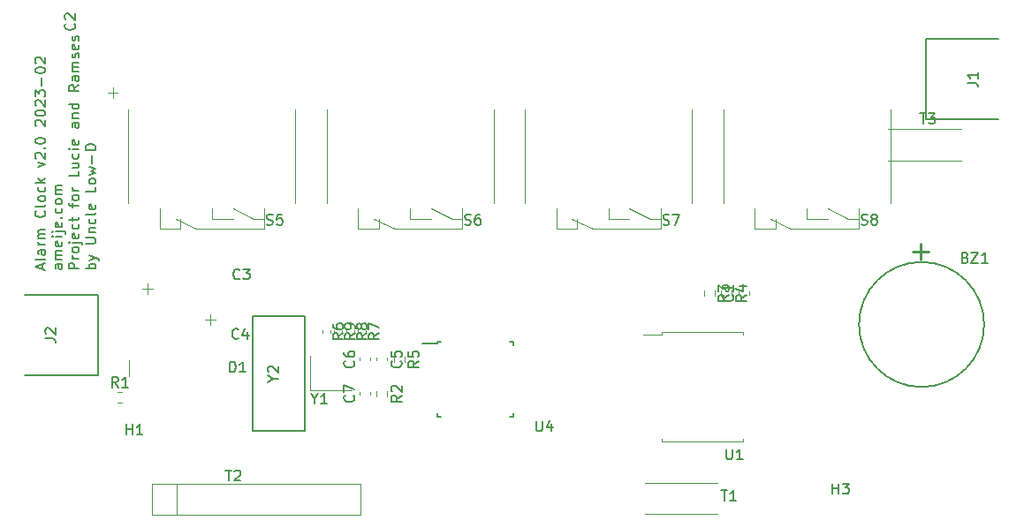
<source format=gbr>
%TF.GenerationSoftware,KiCad,Pcbnew,(6.0.0)*%
%TF.CreationDate,2023-05-06T18:39:40-07:00*%
%TF.ProjectId,digital_clock_v3,64696769-7461-46c5-9f63-6c6f636b5f76,rev?*%
%TF.SameCoordinates,Original*%
%TF.FileFunction,Legend,Top*%
%TF.FilePolarity,Positive*%
%FSLAX46Y46*%
G04 Gerber Fmt 4.6, Leading zero omitted, Abs format (unit mm)*
G04 Created by KiCad (PCBNEW (6.0.0)) date 2023-05-06 18:39:40*
%MOMM*%
%LPD*%
G01*
G04 APERTURE LIST*
%ADD10C,0.150000*%
%ADD11C,0.254000*%
%ADD12C,0.120000*%
G04 APERTURE END LIST*
D10*
X1751666Y-37712023D02*
X1751666Y-37235833D01*
X2037380Y-37807261D02*
X1037380Y-37473928D01*
X2037380Y-37140595D01*
X2037380Y-36664404D02*
X1989761Y-36759642D01*
X1894523Y-36807261D01*
X1037380Y-36807261D01*
X2037380Y-35854880D02*
X1513571Y-35854880D01*
X1418333Y-35902500D01*
X1370714Y-35997738D01*
X1370714Y-36188214D01*
X1418333Y-36283452D01*
X1989761Y-35854880D02*
X2037380Y-35950119D01*
X2037380Y-36188214D01*
X1989761Y-36283452D01*
X1894523Y-36331071D01*
X1799285Y-36331071D01*
X1704047Y-36283452D01*
X1656428Y-36188214D01*
X1656428Y-35950119D01*
X1608809Y-35854880D01*
X2037380Y-35378690D02*
X1370714Y-35378690D01*
X1561190Y-35378690D02*
X1465952Y-35331071D01*
X1418333Y-35283452D01*
X1370714Y-35188214D01*
X1370714Y-35092976D01*
X2037380Y-34759642D02*
X1370714Y-34759642D01*
X1465952Y-34759642D02*
X1418333Y-34712023D01*
X1370714Y-34616785D01*
X1370714Y-34473928D01*
X1418333Y-34378690D01*
X1513571Y-34331071D01*
X2037380Y-34331071D01*
X1513571Y-34331071D02*
X1418333Y-34283452D01*
X1370714Y-34188214D01*
X1370714Y-34045357D01*
X1418333Y-33950119D01*
X1513571Y-33902500D01*
X2037380Y-33902500D01*
X1942142Y-32092976D02*
X1989761Y-32140595D01*
X2037380Y-32283452D01*
X2037380Y-32378690D01*
X1989761Y-32521547D01*
X1894523Y-32616785D01*
X1799285Y-32664404D01*
X1608809Y-32712023D01*
X1465952Y-32712023D01*
X1275476Y-32664404D01*
X1180238Y-32616785D01*
X1085000Y-32521547D01*
X1037380Y-32378690D01*
X1037380Y-32283452D01*
X1085000Y-32140595D01*
X1132619Y-32092976D01*
X2037380Y-31521547D02*
X1989761Y-31616785D01*
X1894523Y-31664404D01*
X1037380Y-31664404D01*
X2037380Y-30997738D02*
X1989761Y-31092976D01*
X1942142Y-31140595D01*
X1846904Y-31188214D01*
X1561190Y-31188214D01*
X1465952Y-31140595D01*
X1418333Y-31092976D01*
X1370714Y-30997738D01*
X1370714Y-30854880D01*
X1418333Y-30759642D01*
X1465952Y-30712023D01*
X1561190Y-30664404D01*
X1846904Y-30664404D01*
X1942142Y-30712023D01*
X1989761Y-30759642D01*
X2037380Y-30854880D01*
X2037380Y-30997738D01*
X1989761Y-29807261D02*
X2037380Y-29902500D01*
X2037380Y-30092976D01*
X1989761Y-30188214D01*
X1942142Y-30235833D01*
X1846904Y-30283452D01*
X1561190Y-30283452D01*
X1465952Y-30235833D01*
X1418333Y-30188214D01*
X1370714Y-30092976D01*
X1370714Y-29902500D01*
X1418333Y-29807261D01*
X2037380Y-29378690D02*
X1037380Y-29378690D01*
X1656428Y-29283452D02*
X2037380Y-28997738D01*
X1370714Y-28997738D02*
X1751666Y-29378690D01*
X1370714Y-27902500D02*
X2037380Y-27664404D01*
X1370714Y-27426309D01*
X1132619Y-27092976D02*
X1085000Y-27045357D01*
X1037380Y-26950119D01*
X1037380Y-26712023D01*
X1085000Y-26616785D01*
X1132619Y-26569166D01*
X1227857Y-26521547D01*
X1323095Y-26521547D01*
X1465952Y-26569166D01*
X2037380Y-27140595D01*
X2037380Y-26521547D01*
X1942142Y-26092976D02*
X1989761Y-26045357D01*
X2037380Y-26092976D01*
X1989761Y-26140595D01*
X1942142Y-26092976D01*
X2037380Y-26092976D01*
X1037380Y-25426309D02*
X1037380Y-25331071D01*
X1085000Y-25235833D01*
X1132619Y-25188214D01*
X1227857Y-25140595D01*
X1418333Y-25092976D01*
X1656428Y-25092976D01*
X1846904Y-25140595D01*
X1942142Y-25188214D01*
X1989761Y-25235833D01*
X2037380Y-25331071D01*
X2037380Y-25426309D01*
X1989761Y-25521547D01*
X1942142Y-25569166D01*
X1846904Y-25616785D01*
X1656428Y-25664404D01*
X1418333Y-25664404D01*
X1227857Y-25616785D01*
X1132619Y-25569166D01*
X1085000Y-25521547D01*
X1037380Y-25426309D01*
X1132619Y-23950119D02*
X1085000Y-23902500D01*
X1037380Y-23807261D01*
X1037380Y-23569166D01*
X1085000Y-23473928D01*
X1132619Y-23426309D01*
X1227857Y-23378690D01*
X1323095Y-23378690D01*
X1465952Y-23426309D01*
X2037380Y-23997738D01*
X2037380Y-23378690D01*
X1037380Y-22759642D02*
X1037380Y-22664404D01*
X1085000Y-22569166D01*
X1132619Y-22521547D01*
X1227857Y-22473928D01*
X1418333Y-22426309D01*
X1656428Y-22426309D01*
X1846904Y-22473928D01*
X1942142Y-22521547D01*
X1989761Y-22569166D01*
X2037380Y-22664404D01*
X2037380Y-22759642D01*
X1989761Y-22854880D01*
X1942142Y-22902500D01*
X1846904Y-22950119D01*
X1656428Y-22997738D01*
X1418333Y-22997738D01*
X1227857Y-22950119D01*
X1132619Y-22902500D01*
X1085000Y-22854880D01*
X1037380Y-22759642D01*
X1132619Y-22045357D02*
X1085000Y-21997738D01*
X1037380Y-21902500D01*
X1037380Y-21664404D01*
X1085000Y-21569166D01*
X1132619Y-21521547D01*
X1227857Y-21473928D01*
X1323095Y-21473928D01*
X1465952Y-21521547D01*
X2037380Y-22092976D01*
X2037380Y-21473928D01*
X1037380Y-21140595D02*
X1037380Y-20521547D01*
X1418333Y-20854880D01*
X1418333Y-20712023D01*
X1465952Y-20616785D01*
X1513571Y-20569166D01*
X1608809Y-20521547D01*
X1846904Y-20521547D01*
X1942142Y-20569166D01*
X1989761Y-20616785D01*
X2037380Y-20712023D01*
X2037380Y-20997738D01*
X1989761Y-21092976D01*
X1942142Y-21140595D01*
X1656428Y-20092976D02*
X1656428Y-19331071D01*
X1037380Y-18664404D02*
X1037380Y-18569166D01*
X1085000Y-18473928D01*
X1132619Y-18426309D01*
X1227857Y-18378690D01*
X1418333Y-18331071D01*
X1656428Y-18331071D01*
X1846904Y-18378690D01*
X1942142Y-18426309D01*
X1989761Y-18473928D01*
X2037380Y-18569166D01*
X2037380Y-18664404D01*
X1989761Y-18759642D01*
X1942142Y-18807261D01*
X1846904Y-18854880D01*
X1656428Y-18902500D01*
X1418333Y-18902500D01*
X1227857Y-18854880D01*
X1132619Y-18807261D01*
X1085000Y-18759642D01*
X1037380Y-18664404D01*
X1132619Y-17950119D02*
X1085000Y-17902500D01*
X1037380Y-17807261D01*
X1037380Y-17569166D01*
X1085000Y-17473928D01*
X1132619Y-17426309D01*
X1227857Y-17378690D01*
X1323095Y-17378690D01*
X1465952Y-17426309D01*
X2037380Y-17997738D01*
X2037380Y-17378690D01*
X3647380Y-37235833D02*
X3123571Y-37235833D01*
X3028333Y-37283452D01*
X2980714Y-37378690D01*
X2980714Y-37569166D01*
X3028333Y-37664404D01*
X3599761Y-37235833D02*
X3647380Y-37331071D01*
X3647380Y-37569166D01*
X3599761Y-37664404D01*
X3504523Y-37712023D01*
X3409285Y-37712023D01*
X3314047Y-37664404D01*
X3266428Y-37569166D01*
X3266428Y-37331071D01*
X3218809Y-37235833D01*
X3647380Y-36759642D02*
X2980714Y-36759642D01*
X3075952Y-36759642D02*
X3028333Y-36712023D01*
X2980714Y-36616785D01*
X2980714Y-36473928D01*
X3028333Y-36378690D01*
X3123571Y-36331071D01*
X3647380Y-36331071D01*
X3123571Y-36331071D02*
X3028333Y-36283452D01*
X2980714Y-36188214D01*
X2980714Y-36045357D01*
X3028333Y-35950119D01*
X3123571Y-35902500D01*
X3647380Y-35902500D01*
X3599761Y-35045357D02*
X3647380Y-35140595D01*
X3647380Y-35331071D01*
X3599761Y-35426309D01*
X3504523Y-35473928D01*
X3123571Y-35473928D01*
X3028333Y-35426309D01*
X2980714Y-35331071D01*
X2980714Y-35140595D01*
X3028333Y-35045357D01*
X3123571Y-34997738D01*
X3218809Y-34997738D01*
X3314047Y-35473928D01*
X3647380Y-34569166D02*
X2980714Y-34569166D01*
X2647380Y-34569166D02*
X2695000Y-34616785D01*
X2742619Y-34569166D01*
X2695000Y-34521547D01*
X2647380Y-34569166D01*
X2742619Y-34569166D01*
X2980714Y-34092976D02*
X3837857Y-34092976D01*
X3933095Y-34140595D01*
X3980714Y-34235833D01*
X3980714Y-34283452D01*
X2647380Y-34092976D02*
X2695000Y-34140595D01*
X2742619Y-34092976D01*
X2695000Y-34045357D01*
X2647380Y-34092976D01*
X2742619Y-34092976D01*
X3599761Y-33235833D02*
X3647380Y-33331071D01*
X3647380Y-33521547D01*
X3599761Y-33616785D01*
X3504523Y-33664404D01*
X3123571Y-33664404D01*
X3028333Y-33616785D01*
X2980714Y-33521547D01*
X2980714Y-33331071D01*
X3028333Y-33235833D01*
X3123571Y-33188214D01*
X3218809Y-33188214D01*
X3314047Y-33664404D01*
X3552142Y-32759642D02*
X3599761Y-32712023D01*
X3647380Y-32759642D01*
X3599761Y-32807261D01*
X3552142Y-32759642D01*
X3647380Y-32759642D01*
X3599761Y-31854880D02*
X3647380Y-31950119D01*
X3647380Y-32140595D01*
X3599761Y-32235833D01*
X3552142Y-32283452D01*
X3456904Y-32331071D01*
X3171190Y-32331071D01*
X3075952Y-32283452D01*
X3028333Y-32235833D01*
X2980714Y-32140595D01*
X2980714Y-31950119D01*
X3028333Y-31854880D01*
X3647380Y-31283452D02*
X3599761Y-31378690D01*
X3552142Y-31426309D01*
X3456904Y-31473928D01*
X3171190Y-31473928D01*
X3075952Y-31426309D01*
X3028333Y-31378690D01*
X2980714Y-31283452D01*
X2980714Y-31140595D01*
X3028333Y-31045357D01*
X3075952Y-30997738D01*
X3171190Y-30950119D01*
X3456904Y-30950119D01*
X3552142Y-30997738D01*
X3599761Y-31045357D01*
X3647380Y-31140595D01*
X3647380Y-31283452D01*
X3647380Y-30521547D02*
X2980714Y-30521547D01*
X3075952Y-30521547D02*
X3028333Y-30473928D01*
X2980714Y-30378690D01*
X2980714Y-30235833D01*
X3028333Y-30140595D01*
X3123571Y-30092976D01*
X3647380Y-30092976D01*
X3123571Y-30092976D02*
X3028333Y-30045357D01*
X2980714Y-29950119D01*
X2980714Y-29807261D01*
X3028333Y-29712023D01*
X3123571Y-29664404D01*
X3647380Y-29664404D01*
X5257380Y-37664404D02*
X4257380Y-37664404D01*
X4257380Y-37283452D01*
X4305000Y-37188214D01*
X4352619Y-37140595D01*
X4447857Y-37092976D01*
X4590714Y-37092976D01*
X4685952Y-37140595D01*
X4733571Y-37188214D01*
X4781190Y-37283452D01*
X4781190Y-37664404D01*
X5257380Y-36664404D02*
X4590714Y-36664404D01*
X4781190Y-36664404D02*
X4685952Y-36616785D01*
X4638333Y-36569166D01*
X4590714Y-36473928D01*
X4590714Y-36378690D01*
X5257380Y-35902500D02*
X5209761Y-35997738D01*
X5162142Y-36045357D01*
X5066904Y-36092976D01*
X4781190Y-36092976D01*
X4685952Y-36045357D01*
X4638333Y-35997738D01*
X4590714Y-35902500D01*
X4590714Y-35759642D01*
X4638333Y-35664404D01*
X4685952Y-35616785D01*
X4781190Y-35569166D01*
X5066904Y-35569166D01*
X5162142Y-35616785D01*
X5209761Y-35664404D01*
X5257380Y-35759642D01*
X5257380Y-35902500D01*
X4590714Y-35140595D02*
X5447857Y-35140595D01*
X5543095Y-35188214D01*
X5590714Y-35283452D01*
X5590714Y-35331071D01*
X4257380Y-35140595D02*
X4305000Y-35188214D01*
X4352619Y-35140595D01*
X4305000Y-35092976D01*
X4257380Y-35140595D01*
X4352619Y-35140595D01*
X5209761Y-34283452D02*
X5257380Y-34378690D01*
X5257380Y-34569166D01*
X5209761Y-34664404D01*
X5114523Y-34712023D01*
X4733571Y-34712023D01*
X4638333Y-34664404D01*
X4590714Y-34569166D01*
X4590714Y-34378690D01*
X4638333Y-34283452D01*
X4733571Y-34235833D01*
X4828809Y-34235833D01*
X4924047Y-34712023D01*
X5209761Y-33378690D02*
X5257380Y-33473928D01*
X5257380Y-33664404D01*
X5209761Y-33759642D01*
X5162142Y-33807261D01*
X5066904Y-33854880D01*
X4781190Y-33854880D01*
X4685952Y-33807261D01*
X4638333Y-33759642D01*
X4590714Y-33664404D01*
X4590714Y-33473928D01*
X4638333Y-33378690D01*
X4590714Y-33092976D02*
X4590714Y-32712023D01*
X4257380Y-32950119D02*
X5114523Y-32950119D01*
X5209761Y-32902500D01*
X5257380Y-32807261D01*
X5257380Y-32712023D01*
X4590714Y-31759642D02*
X4590714Y-31378690D01*
X5257380Y-31616785D02*
X4400238Y-31616785D01*
X4305000Y-31569166D01*
X4257380Y-31473928D01*
X4257380Y-31378690D01*
X5257380Y-30902500D02*
X5209761Y-30997738D01*
X5162142Y-31045357D01*
X5066904Y-31092976D01*
X4781190Y-31092976D01*
X4685952Y-31045357D01*
X4638333Y-30997738D01*
X4590714Y-30902500D01*
X4590714Y-30759642D01*
X4638333Y-30664404D01*
X4685952Y-30616785D01*
X4781190Y-30569166D01*
X5066904Y-30569166D01*
X5162142Y-30616785D01*
X5209761Y-30664404D01*
X5257380Y-30759642D01*
X5257380Y-30902500D01*
X5257380Y-30140595D02*
X4590714Y-30140595D01*
X4781190Y-30140595D02*
X4685952Y-30092976D01*
X4638333Y-30045357D01*
X4590714Y-29950119D01*
X4590714Y-29854880D01*
X5257380Y-28283452D02*
X5257380Y-28759642D01*
X4257380Y-28759642D01*
X4590714Y-27521547D02*
X5257380Y-27521547D01*
X4590714Y-27950119D02*
X5114523Y-27950119D01*
X5209761Y-27902500D01*
X5257380Y-27807261D01*
X5257380Y-27664404D01*
X5209761Y-27569166D01*
X5162142Y-27521547D01*
X5209761Y-26616785D02*
X5257380Y-26712023D01*
X5257380Y-26902500D01*
X5209761Y-26997738D01*
X5162142Y-27045357D01*
X5066904Y-27092976D01*
X4781190Y-27092976D01*
X4685952Y-27045357D01*
X4638333Y-26997738D01*
X4590714Y-26902500D01*
X4590714Y-26712023D01*
X4638333Y-26616785D01*
X5257380Y-26188214D02*
X4590714Y-26188214D01*
X4257380Y-26188214D02*
X4305000Y-26235833D01*
X4352619Y-26188214D01*
X4305000Y-26140595D01*
X4257380Y-26188214D01*
X4352619Y-26188214D01*
X5209761Y-25331071D02*
X5257380Y-25426309D01*
X5257380Y-25616785D01*
X5209761Y-25712023D01*
X5114523Y-25759642D01*
X4733571Y-25759642D01*
X4638333Y-25712023D01*
X4590714Y-25616785D01*
X4590714Y-25426309D01*
X4638333Y-25331071D01*
X4733571Y-25283452D01*
X4828809Y-25283452D01*
X4924047Y-25759642D01*
X5257380Y-23664404D02*
X4733571Y-23664404D01*
X4638333Y-23712023D01*
X4590714Y-23807261D01*
X4590714Y-23997738D01*
X4638333Y-24092976D01*
X5209761Y-23664404D02*
X5257380Y-23759642D01*
X5257380Y-23997738D01*
X5209761Y-24092976D01*
X5114523Y-24140595D01*
X5019285Y-24140595D01*
X4924047Y-24092976D01*
X4876428Y-23997738D01*
X4876428Y-23759642D01*
X4828809Y-23664404D01*
X4590714Y-23188214D02*
X5257380Y-23188214D01*
X4685952Y-23188214D02*
X4638333Y-23140595D01*
X4590714Y-23045357D01*
X4590714Y-22902500D01*
X4638333Y-22807261D01*
X4733571Y-22759642D01*
X5257380Y-22759642D01*
X5257380Y-21854880D02*
X4257380Y-21854880D01*
X5209761Y-21854880D02*
X5257380Y-21950119D01*
X5257380Y-22140595D01*
X5209761Y-22235833D01*
X5162142Y-22283452D01*
X5066904Y-22331071D01*
X4781190Y-22331071D01*
X4685952Y-22283452D01*
X4638333Y-22235833D01*
X4590714Y-22140595D01*
X4590714Y-21950119D01*
X4638333Y-21854880D01*
X5257380Y-20045357D02*
X4781190Y-20378690D01*
X5257380Y-20616785D02*
X4257380Y-20616785D01*
X4257380Y-20235833D01*
X4305000Y-20140595D01*
X4352619Y-20092976D01*
X4447857Y-20045357D01*
X4590714Y-20045357D01*
X4685952Y-20092976D01*
X4733571Y-20140595D01*
X4781190Y-20235833D01*
X4781190Y-20616785D01*
X5257380Y-19188214D02*
X4733571Y-19188214D01*
X4638333Y-19235833D01*
X4590714Y-19331071D01*
X4590714Y-19521547D01*
X4638333Y-19616785D01*
X5209761Y-19188214D02*
X5257380Y-19283452D01*
X5257380Y-19521547D01*
X5209761Y-19616785D01*
X5114523Y-19664404D01*
X5019285Y-19664404D01*
X4924047Y-19616785D01*
X4876428Y-19521547D01*
X4876428Y-19283452D01*
X4828809Y-19188214D01*
X5257380Y-18712023D02*
X4590714Y-18712023D01*
X4685952Y-18712023D02*
X4638333Y-18664404D01*
X4590714Y-18569166D01*
X4590714Y-18426309D01*
X4638333Y-18331071D01*
X4733571Y-18283452D01*
X5257380Y-18283452D01*
X4733571Y-18283452D02*
X4638333Y-18235833D01*
X4590714Y-18140595D01*
X4590714Y-17997738D01*
X4638333Y-17902500D01*
X4733571Y-17854880D01*
X5257380Y-17854880D01*
X5209761Y-17426309D02*
X5257380Y-17331071D01*
X5257380Y-17140595D01*
X5209761Y-17045357D01*
X5114523Y-16997738D01*
X5066904Y-16997738D01*
X4971666Y-17045357D01*
X4924047Y-17140595D01*
X4924047Y-17283452D01*
X4876428Y-17378690D01*
X4781190Y-17426309D01*
X4733571Y-17426309D01*
X4638333Y-17378690D01*
X4590714Y-17283452D01*
X4590714Y-17140595D01*
X4638333Y-17045357D01*
X5209761Y-16188214D02*
X5257380Y-16283452D01*
X5257380Y-16473928D01*
X5209761Y-16569166D01*
X5114523Y-16616785D01*
X4733571Y-16616785D01*
X4638333Y-16569166D01*
X4590714Y-16473928D01*
X4590714Y-16283452D01*
X4638333Y-16188214D01*
X4733571Y-16140595D01*
X4828809Y-16140595D01*
X4924047Y-16616785D01*
X5209761Y-15759642D02*
X5257380Y-15664404D01*
X5257380Y-15473928D01*
X5209761Y-15378690D01*
X5114523Y-15331071D01*
X5066904Y-15331071D01*
X4971666Y-15378690D01*
X4924047Y-15473928D01*
X4924047Y-15616785D01*
X4876428Y-15712023D01*
X4781190Y-15759642D01*
X4733571Y-15759642D01*
X4638333Y-15712023D01*
X4590714Y-15616785D01*
X4590714Y-15473928D01*
X4638333Y-15378690D01*
X6867380Y-37664404D02*
X5867380Y-37664404D01*
X6248333Y-37664404D02*
X6200714Y-37569166D01*
X6200714Y-37378690D01*
X6248333Y-37283452D01*
X6295952Y-37235833D01*
X6391190Y-37188214D01*
X6676904Y-37188214D01*
X6772142Y-37235833D01*
X6819761Y-37283452D01*
X6867380Y-37378690D01*
X6867380Y-37569166D01*
X6819761Y-37664404D01*
X6200714Y-36854880D02*
X6867380Y-36616785D01*
X6200714Y-36378690D02*
X6867380Y-36616785D01*
X7105476Y-36712023D01*
X7153095Y-36759642D01*
X7200714Y-36854880D01*
X5867380Y-35235833D02*
X6676904Y-35235833D01*
X6772142Y-35188214D01*
X6819761Y-35140595D01*
X6867380Y-35045357D01*
X6867380Y-34854880D01*
X6819761Y-34759642D01*
X6772142Y-34712023D01*
X6676904Y-34664404D01*
X5867380Y-34664404D01*
X6200714Y-34188214D02*
X6867380Y-34188214D01*
X6295952Y-34188214D02*
X6248333Y-34140595D01*
X6200714Y-34045357D01*
X6200714Y-33902500D01*
X6248333Y-33807261D01*
X6343571Y-33759642D01*
X6867380Y-33759642D01*
X6819761Y-32854880D02*
X6867380Y-32950119D01*
X6867380Y-33140595D01*
X6819761Y-33235833D01*
X6772142Y-33283452D01*
X6676904Y-33331071D01*
X6391190Y-33331071D01*
X6295952Y-33283452D01*
X6248333Y-33235833D01*
X6200714Y-33140595D01*
X6200714Y-32950119D01*
X6248333Y-32854880D01*
X6867380Y-32283452D02*
X6819761Y-32378690D01*
X6724523Y-32426309D01*
X5867380Y-32426309D01*
X6819761Y-31521547D02*
X6867380Y-31616785D01*
X6867380Y-31807261D01*
X6819761Y-31902500D01*
X6724523Y-31950119D01*
X6343571Y-31950119D01*
X6248333Y-31902500D01*
X6200714Y-31807261D01*
X6200714Y-31616785D01*
X6248333Y-31521547D01*
X6343571Y-31473928D01*
X6438809Y-31473928D01*
X6534047Y-31950119D01*
X6867380Y-29807261D02*
X6867380Y-30283452D01*
X5867380Y-30283452D01*
X6867380Y-29331071D02*
X6819761Y-29426309D01*
X6772142Y-29473928D01*
X6676904Y-29521547D01*
X6391190Y-29521547D01*
X6295952Y-29473928D01*
X6248333Y-29426309D01*
X6200714Y-29331071D01*
X6200714Y-29188214D01*
X6248333Y-29092976D01*
X6295952Y-29045357D01*
X6391190Y-28997738D01*
X6676904Y-28997738D01*
X6772142Y-29045357D01*
X6819761Y-29092976D01*
X6867380Y-29188214D01*
X6867380Y-29331071D01*
X6200714Y-28664404D02*
X6867380Y-28473928D01*
X6391190Y-28283452D01*
X6867380Y-28092976D01*
X6200714Y-27902500D01*
X6486428Y-27521547D02*
X6486428Y-26759642D01*
X6867380Y-26283452D02*
X5867380Y-26283452D01*
X5867380Y-26045357D01*
X5915000Y-25902500D01*
X6010238Y-25807261D01*
X6105476Y-25759642D01*
X6295952Y-25712023D01*
X6438809Y-25712023D01*
X6629285Y-25759642D01*
X6724523Y-25807261D01*
X6819761Y-25902500D01*
X6867380Y-26045357D01*
X6867380Y-26283452D01*
%TO.C,R9*%
X31721380Y-43839666D02*
X31245190Y-44173000D01*
X31721380Y-44411095D02*
X30721380Y-44411095D01*
X30721380Y-44030142D01*
X30769000Y-43934904D01*
X30816619Y-43887285D01*
X30911857Y-43839666D01*
X31054714Y-43839666D01*
X31149952Y-43887285D01*
X31197571Y-43934904D01*
X31245190Y-44030142D01*
X31245190Y-44411095D01*
X31721380Y-43363476D02*
X31721380Y-43173000D01*
X31673761Y-43077761D01*
X31626142Y-43030142D01*
X31483285Y-42934904D01*
X31292809Y-42887285D01*
X30911857Y-42887285D01*
X30816619Y-42934904D01*
X30769000Y-42982523D01*
X30721380Y-43077761D01*
X30721380Y-43268238D01*
X30769000Y-43363476D01*
X30816619Y-43411095D01*
X30911857Y-43458714D01*
X31149952Y-43458714D01*
X31245190Y-43411095D01*
X31292809Y-43363476D01*
X31340428Y-43268238D01*
X31340428Y-43077761D01*
X31292809Y-42982523D01*
X31245190Y-42934904D01*
X31149952Y-42887285D01*
%TO.C,R8*%
X32864380Y-43839666D02*
X32388190Y-44173000D01*
X32864380Y-44411095D02*
X31864380Y-44411095D01*
X31864380Y-44030142D01*
X31912000Y-43934904D01*
X31959619Y-43887285D01*
X32054857Y-43839666D01*
X32197714Y-43839666D01*
X32292952Y-43887285D01*
X32340571Y-43934904D01*
X32388190Y-44030142D01*
X32388190Y-44411095D01*
X32292952Y-43268238D02*
X32245333Y-43363476D01*
X32197714Y-43411095D01*
X32102476Y-43458714D01*
X32054857Y-43458714D01*
X31959619Y-43411095D01*
X31912000Y-43363476D01*
X31864380Y-43268238D01*
X31864380Y-43077761D01*
X31912000Y-42982523D01*
X31959619Y-42934904D01*
X32054857Y-42887285D01*
X32102476Y-42887285D01*
X32197714Y-42934904D01*
X32245333Y-42982523D01*
X32292952Y-43077761D01*
X32292952Y-43268238D01*
X32340571Y-43363476D01*
X32388190Y-43411095D01*
X32483428Y-43458714D01*
X32673904Y-43458714D01*
X32769142Y-43411095D01*
X32816761Y-43363476D01*
X32864380Y-43268238D01*
X32864380Y-43077761D01*
X32816761Y-42982523D01*
X32769142Y-42934904D01*
X32673904Y-42887285D01*
X32483428Y-42887285D01*
X32388190Y-42934904D01*
X32340571Y-42982523D01*
X32292952Y-43077761D01*
%TO.C,R7*%
X34007380Y-43839666D02*
X33531190Y-44173000D01*
X34007380Y-44411095D02*
X33007380Y-44411095D01*
X33007380Y-44030142D01*
X33055000Y-43934904D01*
X33102619Y-43887285D01*
X33197857Y-43839666D01*
X33340714Y-43839666D01*
X33435952Y-43887285D01*
X33483571Y-43934904D01*
X33531190Y-44030142D01*
X33531190Y-44411095D01*
X33007380Y-43506333D02*
X33007380Y-42839666D01*
X34007380Y-43268238D01*
%TO.C,R6*%
X30578380Y-43839666D02*
X30102190Y-44173000D01*
X30578380Y-44411095D02*
X29578380Y-44411095D01*
X29578380Y-44030142D01*
X29626000Y-43934904D01*
X29673619Y-43887285D01*
X29768857Y-43839666D01*
X29911714Y-43839666D01*
X30006952Y-43887285D01*
X30054571Y-43934904D01*
X30102190Y-44030142D01*
X30102190Y-44411095D01*
X29578380Y-42982523D02*
X29578380Y-43173000D01*
X29626000Y-43268238D01*
X29673619Y-43315857D01*
X29816476Y-43411095D01*
X30006952Y-43458714D01*
X30387904Y-43458714D01*
X30483142Y-43411095D01*
X30530761Y-43363476D01*
X30578380Y-43268238D01*
X30578380Y-43077761D01*
X30530761Y-42982523D01*
X30483142Y-42934904D01*
X30387904Y-42887285D01*
X30149809Y-42887285D01*
X30054571Y-42934904D01*
X30006952Y-42982523D01*
X29959333Y-43077761D01*
X29959333Y-43268238D01*
X30006952Y-43363476D01*
X30054571Y-43411095D01*
X30149809Y-43458714D01*
%TO.C,R5*%
X37823380Y-46493666D02*
X37347190Y-46827000D01*
X37823380Y-47065095D02*
X36823380Y-47065095D01*
X36823380Y-46684142D01*
X36871000Y-46588904D01*
X36918619Y-46541285D01*
X37013857Y-46493666D01*
X37156714Y-46493666D01*
X37251952Y-46541285D01*
X37299571Y-46588904D01*
X37347190Y-46684142D01*
X37347190Y-47065095D01*
X36823380Y-45588904D02*
X36823380Y-46065095D01*
X37299571Y-46112714D01*
X37251952Y-46065095D01*
X37204333Y-45969857D01*
X37204333Y-45731761D01*
X37251952Y-45636523D01*
X37299571Y-45588904D01*
X37394809Y-45541285D01*
X37632904Y-45541285D01*
X37728142Y-45588904D01*
X37775761Y-45636523D01*
X37823380Y-45731761D01*
X37823380Y-45969857D01*
X37775761Y-46065095D01*
X37728142Y-46112714D01*
%TO.C,R4*%
X69192380Y-40166666D02*
X68716190Y-40500000D01*
X69192380Y-40738095D02*
X68192380Y-40738095D01*
X68192380Y-40357142D01*
X68240000Y-40261904D01*
X68287619Y-40214285D01*
X68382857Y-40166666D01*
X68525714Y-40166666D01*
X68620952Y-40214285D01*
X68668571Y-40261904D01*
X68716190Y-40357142D01*
X68716190Y-40738095D01*
X68525714Y-39309523D02*
X69192380Y-39309523D01*
X68144761Y-39547619D02*
X68859047Y-39785714D01*
X68859047Y-39166666D01*
%TO.C,R3*%
X67541380Y-40166666D02*
X67065190Y-40500000D01*
X67541380Y-40738095D02*
X66541380Y-40738095D01*
X66541380Y-40357142D01*
X66589000Y-40261904D01*
X66636619Y-40214285D01*
X66731857Y-40166666D01*
X66874714Y-40166666D01*
X66969952Y-40214285D01*
X67017571Y-40261904D01*
X67065190Y-40357142D01*
X67065190Y-40738095D01*
X66541380Y-39833333D02*
X66541380Y-39214285D01*
X66922333Y-39547619D01*
X66922333Y-39404761D01*
X66969952Y-39309523D01*
X67017571Y-39261904D01*
X67112809Y-39214285D01*
X67350904Y-39214285D01*
X67446142Y-39261904D01*
X67493761Y-39309523D01*
X67541380Y-39404761D01*
X67541380Y-39690476D01*
X67493761Y-39785714D01*
X67446142Y-39833333D01*
%TO.C,R2*%
X36172380Y-49795666D02*
X35696190Y-50129000D01*
X36172380Y-50367095D02*
X35172380Y-50367095D01*
X35172380Y-49986142D01*
X35220000Y-49890904D01*
X35267619Y-49843285D01*
X35362857Y-49795666D01*
X35505714Y-49795666D01*
X35600952Y-49843285D01*
X35648571Y-49890904D01*
X35696190Y-49986142D01*
X35696190Y-50367095D01*
X35267619Y-49414714D02*
X35220000Y-49367095D01*
X35172380Y-49271857D01*
X35172380Y-49033761D01*
X35220000Y-48938523D01*
X35267619Y-48890904D01*
X35362857Y-48843285D01*
X35458095Y-48843285D01*
X35600952Y-48890904D01*
X36172380Y-49462333D01*
X36172380Y-48843285D01*
%TO.C,R1*%
X9008333Y-49022380D02*
X8675000Y-48546190D01*
X8436904Y-49022380D02*
X8436904Y-48022380D01*
X8817857Y-48022380D01*
X8913095Y-48070000D01*
X8960714Y-48117619D01*
X9008333Y-48212857D01*
X9008333Y-48355714D01*
X8960714Y-48450952D01*
X8913095Y-48498571D01*
X8817857Y-48546190D01*
X8436904Y-48546190D01*
X9960714Y-49022380D02*
X9389285Y-49022380D01*
X9675000Y-49022380D02*
X9675000Y-48022380D01*
X9579761Y-48165238D01*
X9484523Y-48260476D01*
X9389285Y-48308095D01*
%TO.C,C7*%
X31566142Y-49795666D02*
X31613761Y-49843285D01*
X31661380Y-49986142D01*
X31661380Y-50081380D01*
X31613761Y-50224238D01*
X31518523Y-50319476D01*
X31423285Y-50367095D01*
X31232809Y-50414714D01*
X31089952Y-50414714D01*
X30899476Y-50367095D01*
X30804238Y-50319476D01*
X30709000Y-50224238D01*
X30661380Y-50081380D01*
X30661380Y-49986142D01*
X30709000Y-49843285D01*
X30756619Y-49795666D01*
X30661380Y-49462333D02*
X30661380Y-48795666D01*
X31661380Y-49224238D01*
%TO.C,C6*%
X31566142Y-46493666D02*
X31613761Y-46541285D01*
X31661380Y-46684142D01*
X31661380Y-46779380D01*
X31613761Y-46922238D01*
X31518523Y-47017476D01*
X31423285Y-47065095D01*
X31232809Y-47112714D01*
X31089952Y-47112714D01*
X30899476Y-47065095D01*
X30804238Y-47017476D01*
X30709000Y-46922238D01*
X30661380Y-46779380D01*
X30661380Y-46684142D01*
X30709000Y-46541285D01*
X30756619Y-46493666D01*
X30661380Y-45636523D02*
X30661380Y-45827000D01*
X30709000Y-45922238D01*
X30756619Y-45969857D01*
X30899476Y-46065095D01*
X31089952Y-46112714D01*
X31470904Y-46112714D01*
X31566142Y-46065095D01*
X31613761Y-46017476D01*
X31661380Y-45922238D01*
X31661380Y-45731761D01*
X31613761Y-45636523D01*
X31566142Y-45588904D01*
X31470904Y-45541285D01*
X31232809Y-45541285D01*
X31137571Y-45588904D01*
X31089952Y-45636523D01*
X31042333Y-45731761D01*
X31042333Y-45922238D01*
X31089952Y-46017476D01*
X31137571Y-46065095D01*
X31232809Y-46112714D01*
%TO.C,C5*%
X36077142Y-46493666D02*
X36124761Y-46541285D01*
X36172380Y-46684142D01*
X36172380Y-46779380D01*
X36124761Y-46922238D01*
X36029523Y-47017476D01*
X35934285Y-47065095D01*
X35743809Y-47112714D01*
X35600952Y-47112714D01*
X35410476Y-47065095D01*
X35315238Y-47017476D01*
X35220000Y-46922238D01*
X35172380Y-46779380D01*
X35172380Y-46684142D01*
X35220000Y-46541285D01*
X35267619Y-46493666D01*
X35172380Y-45588904D02*
X35172380Y-46065095D01*
X35648571Y-46112714D01*
X35600952Y-46065095D01*
X35553333Y-45969857D01*
X35553333Y-45731761D01*
X35600952Y-45636523D01*
X35648571Y-45588904D01*
X35743809Y-45541285D01*
X35981904Y-45541285D01*
X36077142Y-45588904D01*
X36124761Y-45636523D01*
X36172380Y-45731761D01*
X36172380Y-45969857D01*
X36124761Y-46065095D01*
X36077142Y-46112714D01*
%TO.C,C1*%
X67888142Y-40166666D02*
X67935761Y-40214285D01*
X67983380Y-40357142D01*
X67983380Y-40452380D01*
X67935761Y-40595238D01*
X67840523Y-40690476D01*
X67745285Y-40738095D01*
X67554809Y-40785714D01*
X67411952Y-40785714D01*
X67221476Y-40738095D01*
X67126238Y-40690476D01*
X67031000Y-40595238D01*
X66983380Y-40452380D01*
X66983380Y-40357142D01*
X67031000Y-40214285D01*
X67078619Y-40166666D01*
X67983380Y-39214285D02*
X67983380Y-39785714D01*
X67983380Y-39500000D02*
X66983380Y-39500000D01*
X67126238Y-39595238D01*
X67221476Y-39690476D01*
X67269095Y-39785714D01*
%TO.C,J1*%
X90402380Y-19833333D02*
X91116666Y-19833333D01*
X91259523Y-19880952D01*
X91354761Y-19976190D01*
X91402380Y-20119047D01*
X91402380Y-20214285D01*
X91402380Y-18833333D02*
X91402380Y-19404761D01*
X91402380Y-19119047D02*
X90402380Y-19119047D01*
X90545238Y-19214285D01*
X90640476Y-19309523D01*
X90688095Y-19404761D01*
%TO.C,BZ1*%
X90199047Y-36578571D02*
X90341904Y-36626190D01*
X90389523Y-36673809D01*
X90437142Y-36769047D01*
X90437142Y-36911904D01*
X90389523Y-37007142D01*
X90341904Y-37054761D01*
X90246666Y-37102380D01*
X89865714Y-37102380D01*
X89865714Y-36102380D01*
X90199047Y-36102380D01*
X90294285Y-36150000D01*
X90341904Y-36197619D01*
X90389523Y-36292857D01*
X90389523Y-36388095D01*
X90341904Y-36483333D01*
X90294285Y-36530952D01*
X90199047Y-36578571D01*
X89865714Y-36578571D01*
X90770476Y-36102380D02*
X91437142Y-36102380D01*
X90770476Y-37102380D01*
X91437142Y-37102380D01*
X92341904Y-37102380D02*
X91770476Y-37102380D01*
X92056190Y-37102380D02*
X92056190Y-36102380D01*
X91960952Y-36245238D01*
X91865714Y-36340476D01*
X91770476Y-36388095D01*
D11*
X85149704Y-36033142D02*
X86697895Y-36033142D01*
X85923800Y-36807238D02*
X85923800Y-35259047D01*
D10*
%TO.C,T2*%
X19304095Y-56983380D02*
X19875523Y-56983380D01*
X19589809Y-57983380D02*
X19589809Y-56983380D01*
X20161238Y-57078619D02*
X20208857Y-57031000D01*
X20304095Y-56983380D01*
X20542190Y-56983380D01*
X20637428Y-57031000D01*
X20685047Y-57078619D01*
X20732666Y-57173857D01*
X20732666Y-57269095D01*
X20685047Y-57411952D01*
X20113619Y-57983380D01*
X20732666Y-57983380D01*
%TO.C,S8*%
X80238095Y-33404761D02*
X80380952Y-33452380D01*
X80619047Y-33452380D01*
X80714285Y-33404761D01*
X80761904Y-33357142D01*
X80809523Y-33261904D01*
X80809523Y-33166666D01*
X80761904Y-33071428D01*
X80714285Y-33023809D01*
X80619047Y-32976190D01*
X80428571Y-32928571D01*
X80333333Y-32880952D01*
X80285714Y-32833333D01*
X80238095Y-32738095D01*
X80238095Y-32642857D01*
X80285714Y-32547619D01*
X80333333Y-32500000D01*
X80428571Y-32452380D01*
X80666666Y-32452380D01*
X80809523Y-32500000D01*
X81380952Y-32880952D02*
X81285714Y-32833333D01*
X81238095Y-32785714D01*
X81190476Y-32690476D01*
X81190476Y-32642857D01*
X81238095Y-32547619D01*
X81285714Y-32500000D01*
X81380952Y-32452380D01*
X81571428Y-32452380D01*
X81666666Y-32500000D01*
X81714285Y-32547619D01*
X81761904Y-32642857D01*
X81761904Y-32690476D01*
X81714285Y-32785714D01*
X81666666Y-32833333D01*
X81571428Y-32880952D01*
X81380952Y-32880952D01*
X81285714Y-32928571D01*
X81238095Y-32976190D01*
X81190476Y-33071428D01*
X81190476Y-33261904D01*
X81238095Y-33357142D01*
X81285714Y-33404761D01*
X81380952Y-33452380D01*
X81571428Y-33452380D01*
X81666666Y-33404761D01*
X81714285Y-33357142D01*
X81761904Y-33261904D01*
X81761904Y-33071428D01*
X81714285Y-32976190D01*
X81666666Y-32928571D01*
X81571428Y-32880952D01*
%TO.C,U1*%
X67310095Y-54951380D02*
X67310095Y-55760904D01*
X67357714Y-55856142D01*
X67405333Y-55903761D01*
X67500571Y-55951380D01*
X67691047Y-55951380D01*
X67786285Y-55903761D01*
X67833904Y-55856142D01*
X67881523Y-55760904D01*
X67881523Y-54951380D01*
X68881523Y-55951380D02*
X68310095Y-55951380D01*
X68595809Y-55951380D02*
X68595809Y-54951380D01*
X68500571Y-55094238D01*
X68405333Y-55189476D01*
X68310095Y-55237095D01*
%TO.C,J2*%
X2002380Y-44333333D02*
X2716666Y-44333333D01*
X2859523Y-44380952D01*
X2954761Y-44476190D01*
X3002380Y-44619047D01*
X3002380Y-44714285D01*
X2097619Y-43904761D02*
X2050000Y-43857142D01*
X2002380Y-43761904D01*
X2002380Y-43523809D01*
X2050000Y-43428571D01*
X2097619Y-43380952D01*
X2192857Y-43333333D01*
X2288095Y-43333333D01*
X2430952Y-43380952D01*
X3002380Y-43952380D01*
X3002380Y-43333333D01*
%TO.C,T3*%
X85852095Y-22733380D02*
X86423523Y-22733380D01*
X86137809Y-23733380D02*
X86137809Y-22733380D01*
X86661619Y-22733380D02*
X87280666Y-22733380D01*
X86947333Y-23114333D01*
X87090190Y-23114333D01*
X87185428Y-23161952D01*
X87233047Y-23209571D01*
X87280666Y-23304809D01*
X87280666Y-23542904D01*
X87233047Y-23638142D01*
X87185428Y-23685761D01*
X87090190Y-23733380D01*
X86804476Y-23733380D01*
X86709238Y-23685761D01*
X86661619Y-23638142D01*
%TO.C,H1*%
X9779095Y-53538380D02*
X9779095Y-52538380D01*
X9779095Y-53014571D02*
X10350523Y-53014571D01*
X10350523Y-53538380D02*
X10350523Y-52538380D01*
X11350523Y-53538380D02*
X10779095Y-53538380D01*
X11064809Y-53538380D02*
X11064809Y-52538380D01*
X10969571Y-52681238D01*
X10874333Y-52776476D01*
X10779095Y-52824095D01*
%TO.C,H3*%
X77470095Y-59253380D02*
X77470095Y-58253380D01*
X77470095Y-58729571D02*
X78041523Y-58729571D01*
X78041523Y-59253380D02*
X78041523Y-58253380D01*
X78422476Y-58253380D02*
X79041523Y-58253380D01*
X78708190Y-58634333D01*
X78851047Y-58634333D01*
X78946285Y-58681952D01*
X78993904Y-58729571D01*
X79041523Y-58824809D01*
X79041523Y-59062904D01*
X78993904Y-59158142D01*
X78946285Y-59205761D01*
X78851047Y-59253380D01*
X78565333Y-59253380D01*
X78470095Y-59205761D01*
X78422476Y-59158142D01*
%TO.C,S5*%
X23238095Y-33404761D02*
X23380952Y-33452380D01*
X23619047Y-33452380D01*
X23714285Y-33404761D01*
X23761904Y-33357142D01*
X23809523Y-33261904D01*
X23809523Y-33166666D01*
X23761904Y-33071428D01*
X23714285Y-33023809D01*
X23619047Y-32976190D01*
X23428571Y-32928571D01*
X23333333Y-32880952D01*
X23285714Y-32833333D01*
X23238095Y-32738095D01*
X23238095Y-32642857D01*
X23285714Y-32547619D01*
X23333333Y-32500000D01*
X23428571Y-32452380D01*
X23666666Y-32452380D01*
X23809523Y-32500000D01*
X24714285Y-32452380D02*
X24238095Y-32452380D01*
X24190476Y-32928571D01*
X24238095Y-32880952D01*
X24333333Y-32833333D01*
X24571428Y-32833333D01*
X24666666Y-32880952D01*
X24714285Y-32928571D01*
X24761904Y-33023809D01*
X24761904Y-33261904D01*
X24714285Y-33357142D01*
X24666666Y-33404761D01*
X24571428Y-33452380D01*
X24333333Y-33452380D01*
X24238095Y-33404761D01*
X24190476Y-33357142D01*
%TO.C,C3*%
X20661333Y-38584142D02*
X20613714Y-38631761D01*
X20470857Y-38679380D01*
X20375619Y-38679380D01*
X20232761Y-38631761D01*
X20137523Y-38536523D01*
X20089904Y-38441285D01*
X20042285Y-38250809D01*
X20042285Y-38107952D01*
X20089904Y-37917476D01*
X20137523Y-37822238D01*
X20232761Y-37727000D01*
X20375619Y-37679380D01*
X20470857Y-37679380D01*
X20613714Y-37727000D01*
X20661333Y-37774619D01*
X20994666Y-37679380D02*
X21613714Y-37679380D01*
X21280380Y-38060333D01*
X21423238Y-38060333D01*
X21518476Y-38107952D01*
X21566095Y-38155571D01*
X21613714Y-38250809D01*
X21613714Y-38488904D01*
X21566095Y-38584142D01*
X21518476Y-38631761D01*
X21423238Y-38679380D01*
X21137523Y-38679380D01*
X21042285Y-38631761D01*
X20994666Y-38584142D01*
%TO.C,S7*%
X61238095Y-33404761D02*
X61380952Y-33452380D01*
X61619047Y-33452380D01*
X61714285Y-33404761D01*
X61761904Y-33357142D01*
X61809523Y-33261904D01*
X61809523Y-33166666D01*
X61761904Y-33071428D01*
X61714285Y-33023809D01*
X61619047Y-32976190D01*
X61428571Y-32928571D01*
X61333333Y-32880952D01*
X61285714Y-32833333D01*
X61238095Y-32738095D01*
X61238095Y-32642857D01*
X61285714Y-32547619D01*
X61333333Y-32500000D01*
X61428571Y-32452380D01*
X61666666Y-32452380D01*
X61809523Y-32500000D01*
X62142857Y-32452380D02*
X62809523Y-32452380D01*
X62380952Y-33452380D01*
%TO.C,Y1*%
X27844809Y-50126190D02*
X27844809Y-50602380D01*
X27511476Y-49602380D02*
X27844809Y-50126190D01*
X28178142Y-49602380D01*
X29035285Y-50602380D02*
X28463857Y-50602380D01*
X28749571Y-50602380D02*
X28749571Y-49602380D01*
X28654333Y-49745238D01*
X28559095Y-49840476D01*
X28463857Y-49888095D01*
%TO.C,C4*%
X20534333Y-44299142D02*
X20486714Y-44346761D01*
X20343857Y-44394380D01*
X20248619Y-44394380D01*
X20105761Y-44346761D01*
X20010523Y-44251523D01*
X19962904Y-44156285D01*
X19915285Y-43965809D01*
X19915285Y-43822952D01*
X19962904Y-43632476D01*
X20010523Y-43537238D01*
X20105761Y-43442000D01*
X20248619Y-43394380D01*
X20343857Y-43394380D01*
X20486714Y-43442000D01*
X20534333Y-43489619D01*
X21391476Y-43727714D02*
X21391476Y-44394380D01*
X21153380Y-43346761D02*
X20915285Y-44061047D01*
X21534333Y-44061047D01*
%TO.C,D1*%
X19708904Y-47569380D02*
X19708904Y-46569380D01*
X19947000Y-46569380D01*
X20089857Y-46617000D01*
X20185095Y-46712238D01*
X20232714Y-46807476D01*
X20280333Y-46997952D01*
X20280333Y-47140809D01*
X20232714Y-47331285D01*
X20185095Y-47426523D01*
X20089857Y-47521761D01*
X19947000Y-47569380D01*
X19708904Y-47569380D01*
X21232714Y-47569380D02*
X20661285Y-47569380D01*
X20947000Y-47569380D02*
X20947000Y-46569380D01*
X20851761Y-46712238D01*
X20756523Y-46807476D01*
X20661285Y-46855095D01*
%TO.C,S6*%
X42238095Y-33404761D02*
X42380952Y-33452380D01*
X42619047Y-33452380D01*
X42714285Y-33404761D01*
X42761904Y-33357142D01*
X42809523Y-33261904D01*
X42809523Y-33166666D01*
X42761904Y-33071428D01*
X42714285Y-33023809D01*
X42619047Y-32976190D01*
X42428571Y-32928571D01*
X42333333Y-32880952D01*
X42285714Y-32833333D01*
X42238095Y-32738095D01*
X42238095Y-32642857D01*
X42285714Y-32547619D01*
X42333333Y-32500000D01*
X42428571Y-32452380D01*
X42666666Y-32452380D01*
X42809523Y-32500000D01*
X43666666Y-32452380D02*
X43476190Y-32452380D01*
X43380952Y-32500000D01*
X43333333Y-32547619D01*
X43238095Y-32690476D01*
X43190476Y-32880952D01*
X43190476Y-33261904D01*
X43238095Y-33357142D01*
X43285714Y-33404761D01*
X43380952Y-33452380D01*
X43571428Y-33452380D01*
X43666666Y-33404761D01*
X43714285Y-33357142D01*
X43761904Y-33261904D01*
X43761904Y-33023809D01*
X43714285Y-32928571D01*
X43666666Y-32880952D01*
X43571428Y-32833333D01*
X43380952Y-32833333D01*
X43285714Y-32880952D01*
X43238095Y-32928571D01*
X43190476Y-33023809D01*
%TO.C,Y2*%
X23883390Y-48172190D02*
X24359580Y-48172190D01*
X23359580Y-48505523D02*
X23883390Y-48172190D01*
X23359580Y-47838857D01*
X23454819Y-47553142D02*
X23407200Y-47505523D01*
X23359580Y-47410285D01*
X23359580Y-47172190D01*
X23407200Y-47076952D01*
X23454819Y-47029333D01*
X23550057Y-46981714D01*
X23645295Y-46981714D01*
X23788152Y-47029333D01*
X24359580Y-47600761D01*
X24359580Y-46981714D01*
%TO.C,U4*%
X49072895Y-52233580D02*
X49072895Y-53043104D01*
X49120514Y-53138342D01*
X49168133Y-53185961D01*
X49263371Y-53233580D01*
X49453847Y-53233580D01*
X49549085Y-53185961D01*
X49596704Y-53138342D01*
X49644323Y-53043104D01*
X49644323Y-52233580D01*
X50549085Y-52566914D02*
X50549085Y-53233580D01*
X50310990Y-52185961D02*
X50072895Y-52900247D01*
X50691942Y-52900247D01*
%TO.C,T1*%
X66802095Y-58888380D02*
X67373523Y-58888380D01*
X67087809Y-59888380D02*
X67087809Y-58888380D01*
X68230666Y-59888380D02*
X67659238Y-59888380D01*
X67944952Y-59888380D02*
X67944952Y-58888380D01*
X67849714Y-59031238D01*
X67754476Y-59126476D01*
X67659238Y-59174095D01*
%TO.C,C2*%
X4802142Y-14136666D02*
X4849761Y-14184285D01*
X4897380Y-14327142D01*
X4897380Y-14422380D01*
X4849761Y-14565238D01*
X4754523Y-14660476D01*
X4659285Y-14708095D01*
X4468809Y-14755714D01*
X4325952Y-14755714D01*
X4135476Y-14708095D01*
X4040238Y-14660476D01*
X3945000Y-14565238D01*
X3897380Y-14422380D01*
X3897380Y-14327142D01*
X3945000Y-14184285D01*
X3992619Y-14136666D01*
X3992619Y-13755714D02*
X3945000Y-13708095D01*
X3897380Y-13612857D01*
X3897380Y-13374761D01*
X3945000Y-13279523D01*
X3992619Y-13231904D01*
X4087857Y-13184285D01*
X4183095Y-13184285D01*
X4325952Y-13231904D01*
X4897380Y-13803333D01*
X4897380Y-13184285D01*
D12*
%TO.C,R9*%
X30479000Y-43519359D02*
X30479000Y-43826641D01*
X29719000Y-43519359D02*
X29719000Y-43826641D01*
%TO.C,R8*%
X31622000Y-43519359D02*
X31622000Y-43826641D01*
X30862000Y-43519359D02*
X30862000Y-43826641D01*
%TO.C,R7*%
X32765000Y-43519359D02*
X32765000Y-43826641D01*
X32005000Y-43519359D02*
X32005000Y-43826641D01*
%TO.C,R6*%
X29336000Y-43519359D02*
X29336000Y-43826641D01*
X28576000Y-43519359D02*
X28576000Y-43826641D01*
%TO.C,R5*%
X36463500Y-46089742D02*
X36463500Y-46564258D01*
X35418500Y-46089742D02*
X35418500Y-46564258D01*
%TO.C,R4*%
X67832500Y-39762742D02*
X67832500Y-40237258D01*
X66787500Y-39762742D02*
X66787500Y-40237258D01*
%TO.C,R3*%
X66181500Y-39762742D02*
X66181500Y-40237258D01*
X65136500Y-39762742D02*
X65136500Y-40237258D01*
%TO.C,R2*%
X34812500Y-49391742D02*
X34812500Y-49866258D01*
X33767500Y-49391742D02*
X33767500Y-49866258D01*
%TO.C,R1*%
X8937742Y-49477500D02*
X9412258Y-49477500D01*
X8937742Y-50522500D02*
X9412258Y-50522500D01*
%TO.C,C7*%
X32129000Y-49769580D02*
X32129000Y-49488420D01*
X33149000Y-49769580D02*
X33149000Y-49488420D01*
%TO.C,C6*%
X32129000Y-46467580D02*
X32129000Y-46186420D01*
X33149000Y-46467580D02*
X33149000Y-46186420D01*
%TO.C,C5*%
X34800000Y-46186420D02*
X34800000Y-46467580D01*
X33780000Y-46186420D02*
X33780000Y-46467580D01*
%TO.C,C1*%
X68451000Y-40140580D02*
X68451000Y-39859420D01*
X69471000Y-40140580D02*
X69471000Y-39859420D01*
D10*
%TO.C,J1*%
X86400000Y-15650000D02*
X93400000Y-15650000D01*
X93400000Y-23350000D02*
X86400000Y-23350000D01*
X86400000Y-23350000D02*
X86400000Y-15650000D01*
%TO.C,BZ1*%
X91994400Y-43000000D02*
G75*
G03*
X91994400Y-43000000I-5994400J0D01*
G01*
D12*
%TO.C,T2*%
X32240000Y-61250000D02*
X12260000Y-61250000D01*
X14630000Y-58250000D02*
X14630000Y-61250000D01*
X12260000Y-58250000D02*
X32240000Y-58250000D01*
X12260000Y-61250000D02*
X12260000Y-58250000D01*
X32240000Y-58250000D02*
X32240000Y-61250000D01*
%TO.C,S8*%
X70000000Y-31845000D02*
X70000000Y-33845000D01*
X71500000Y-32845000D02*
X73500000Y-33845000D01*
X80000000Y-33845000D02*
X73500000Y-33845000D01*
X79000000Y-32845000D02*
X77000000Y-31845000D01*
X67000000Y-22345000D02*
X67000000Y-31345000D01*
X70000000Y-33845000D02*
X72000000Y-33845000D01*
X75000000Y-32845000D02*
X77000000Y-32845000D01*
X75000000Y-31845000D02*
X75000000Y-32845000D01*
X80000000Y-32845000D02*
X80000000Y-33845000D01*
X72000000Y-32845000D02*
X72000000Y-33845000D01*
X80000000Y-31845000D02*
X80000000Y-32845000D01*
X83000000Y-22345000D02*
X83000000Y-31345000D01*
X80000000Y-32845000D02*
X79000000Y-32845000D01*
%TO.C,U1*%
X65000000Y-54260000D02*
X68860000Y-54260000D01*
X61140000Y-54260000D02*
X61140000Y-54005000D01*
X65000000Y-43740000D02*
X61140000Y-43740000D01*
X68860000Y-54260000D02*
X68860000Y-54005000D01*
X65000000Y-54260000D02*
X61140000Y-54260000D01*
X68860000Y-43740000D02*
X68860000Y-43995000D01*
X61140000Y-43995000D02*
X59325000Y-43995000D01*
X61140000Y-43740000D02*
X61140000Y-43995000D01*
X65000000Y-43740000D02*
X68860000Y-43740000D01*
D10*
%TO.C,J2*%
X7100000Y-40150000D02*
X7100000Y-47850000D01*
X100000Y-40150000D02*
X7100000Y-40150000D01*
X7100000Y-47850000D02*
X100000Y-47850000D01*
D12*
%TO.C,T3*%
X89789000Y-27281000D02*
X82804000Y-27281000D01*
X82804000Y-24281000D02*
X89789000Y-24281000D01*
%TO.C,S5*%
X22000000Y-32845000D02*
X20000000Y-31845000D01*
X23000000Y-33845000D02*
X16500000Y-33845000D01*
X14500000Y-32845000D02*
X16500000Y-33845000D01*
X23000000Y-32845000D02*
X22000000Y-32845000D01*
X15000000Y-32845000D02*
X15000000Y-33845000D01*
X26000000Y-22345000D02*
X26000000Y-31345000D01*
X23000000Y-31845000D02*
X23000000Y-32845000D01*
X18000000Y-31845000D02*
X18000000Y-32845000D01*
X13000000Y-31845000D02*
X13000000Y-33845000D01*
X18000000Y-32845000D02*
X20000000Y-32845000D01*
X10000000Y-22345000D02*
X10000000Y-31345000D01*
X13000000Y-33845000D02*
X15000000Y-33845000D01*
X23000000Y-32845000D02*
X23000000Y-33845000D01*
%TO.C,C3*%
X11810000Y-40100000D02*
X11810000Y-39100000D01*
X12310000Y-39600000D02*
X11310000Y-39600000D01*
%TO.C,S7*%
X51000000Y-33845000D02*
X53000000Y-33845000D01*
X51000000Y-31845000D02*
X51000000Y-33845000D01*
X53000000Y-32845000D02*
X53000000Y-33845000D01*
X61000000Y-31845000D02*
X61000000Y-32845000D01*
X61000000Y-32845000D02*
X60000000Y-32845000D01*
X64000000Y-22345000D02*
X64000000Y-31345000D01*
X56000000Y-32845000D02*
X58000000Y-32845000D01*
X48000000Y-22345000D02*
X48000000Y-31345000D01*
X56000000Y-31845000D02*
X56000000Y-32845000D01*
X60000000Y-32845000D02*
X58000000Y-31845000D01*
X61000000Y-32845000D02*
X61000000Y-33845000D01*
X52500000Y-32845000D02*
X54500000Y-33845000D01*
X61000000Y-33845000D02*
X54500000Y-33845000D01*
%TO.C,Y1*%
X27407200Y-46046000D02*
X27407200Y-49346000D01*
X27407200Y-49346000D02*
X31407200Y-49346000D01*
%TO.C,C4*%
X17810000Y-42000000D02*
X17810000Y-43000000D01*
X17310000Y-42500000D02*
X18310000Y-42500000D01*
%TO.C,D1*%
X10082400Y-47975000D02*
X10082400Y-46425000D01*
%TO.C,S6*%
X37000000Y-32845000D02*
X39000000Y-32845000D01*
X33500000Y-32845000D02*
X35500000Y-33845000D01*
X42000000Y-32845000D02*
X41000000Y-32845000D01*
X32000000Y-33845000D02*
X34000000Y-33845000D01*
X32000000Y-31845000D02*
X32000000Y-33845000D01*
X42000000Y-33845000D02*
X35500000Y-33845000D01*
X45000000Y-22345000D02*
X45000000Y-31345000D01*
X29000000Y-22345000D02*
X29000000Y-31345000D01*
X37000000Y-31845000D02*
X37000000Y-32845000D01*
X42000000Y-32845000D02*
X42000000Y-33845000D01*
X34000000Y-32845000D02*
X34000000Y-33845000D01*
X42000000Y-31845000D02*
X42000000Y-32845000D01*
X41000000Y-32845000D02*
X39000000Y-31845000D01*
D10*
%TO.C,Y2*%
X26907200Y-42196000D02*
X26907200Y-53196000D01*
X21907200Y-53196000D02*
X21907200Y-42196000D01*
X26907200Y-53196000D02*
X21907200Y-53196000D01*
X21907200Y-42196000D02*
X26907200Y-42196000D01*
%TO.C,U4*%
X39625000Y-51875000D02*
X39625000Y-51550000D01*
X39625000Y-51875000D02*
X39950000Y-51875000D01*
X46875000Y-51875000D02*
X46875000Y-51550000D01*
X39625000Y-44625000D02*
X39950000Y-44625000D01*
X39625000Y-44850000D02*
X38200000Y-44850000D01*
X46875000Y-51875000D02*
X46550000Y-51875000D01*
X39625000Y-44625000D02*
X39625000Y-44850000D01*
X46875000Y-44625000D02*
X46875000Y-44950000D01*
X46875000Y-44625000D02*
X46550000Y-44625000D01*
D12*
%TO.C,T1*%
X66447500Y-61190000D02*
X59462500Y-61190000D01*
X59462500Y-58190000D02*
X66447500Y-58190000D01*
%TO.C,C2*%
X8485000Y-20280000D02*
X8485000Y-21280000D01*
X8985000Y-20780000D02*
X7985000Y-20780000D01*
%TD*%
M02*

</source>
